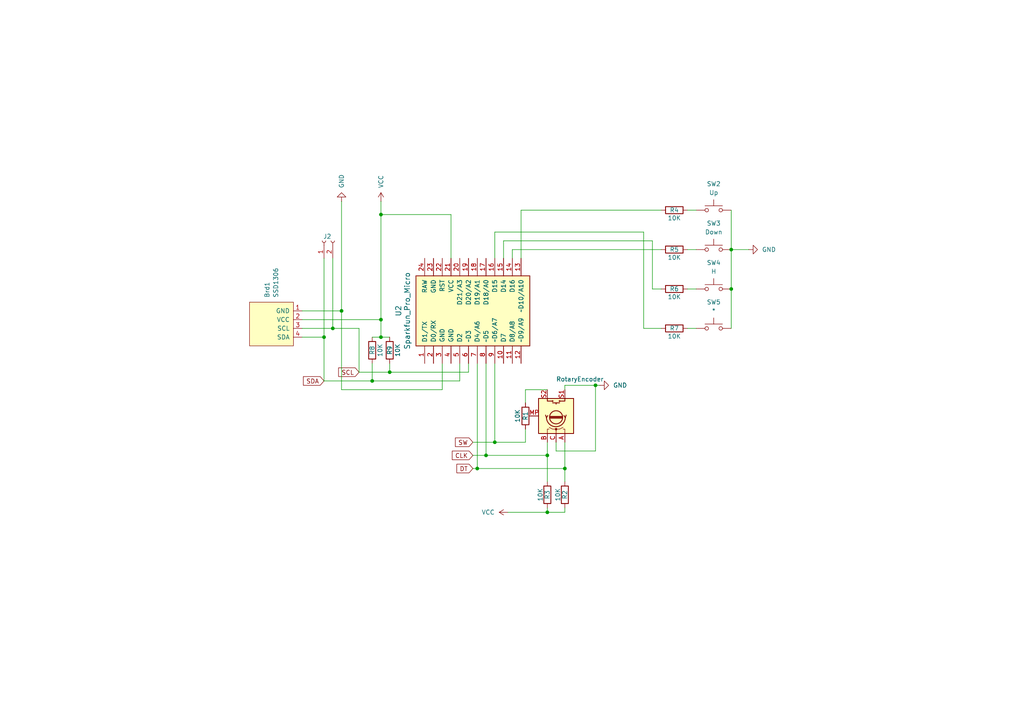
<source format=kicad_sch>
(kicad_sch (version 20250114) (generator "eeschema") (generator_version "9.0")
  (paper "A4")
  (lib_symbols
    (symbol "Arduino:Sparkfun_Pro_Micro" (pin_names (offset 1.016))
      (property "Reference" "U" (at -8.89 21.59 0))
      (property "Value" "Sparkfun_Pro_Micro" (at 0 19.05 0))
      (symbol "Sparkfun_Pro_Micro_0_1"
        (rectangle (start -10.16 17.78) (end 10.16 -15.24) (stroke (width 0.254)) (fill (type background)))
      )
      (symbol "Sparkfun_Pro_Micro_1_1"
        (pin bidirectional line (at -15.24 15.24 0) (length 5.08) (name "D1/TX") (number "1"))
        (pin bidirectional line (at -15.24 12.7 0) (length 5.08) (name "D0/RX") (number "2"))
        (pin power_in line (at -15.24 10.16 0) (length 5.08) (name "GND") (number "3"))
        (pin power_in line (at -15.24 7.62 0) (length 5.08) (name "GND") (number "4"))
        (pin bidirectional line (at -15.24 5.08 0) (length 5.08) (name "D2") (number "5"))
        (pin bidirectional line (at -15.24 2.54 0) (length 5.08) (name "~D3") (number "6"))
        (pin bidirectional line (at -15.24 0 0) (length 5.08) (name "D4/A6") (number "7"))
        (pin bidirectional line (at -15.24 -2.54 0) (length 5.08) (name "~D5") (number "8"))
        (pin bidirectional line (at -15.24 -5.08 0) (length 5.08) (name "~D6/A7") (number "9"))
        (pin bidirectional line (at -15.24 -7.62 0) (length 5.08) (name "D7") (number "10"))
        (pin bidirectional line (at -15.24 -10.16 0) (length 5.08) (name "D8/A8") (number "11"))
        (pin bidirectional line (at -15.24 -12.7 0) (length 5.08) (name "~D9/A9") (number "12"))
        (pin power_in line (at 15.24 15.24 180) (length 5.08) (name "RAW") (number "24"))
        (pin power_in line (at 15.24 12.7 180) (length 5.08) (name "GND") (number "23"))
        (pin input line (at 15.24 10.16 180) (length 5.08) (name "RST") (number "22"))
        (pin power_in line (at 15.24 7.62 180) (length 5.08) (name "VCC") (number "21"))
        (pin bidirectional line (at 15.24 5.08 180) (length 5.08) (name "D21/A3") (number "20"))
        (pin bidirectional line (at 15.24 2.54 180) (length 5.08) (name "D20/A2") (number "19"))
        (pin bidirectional line (at 15.24 0 180) (length 5.08) (name "D19/A1") (number "18"))
        (pin bidirectional line (at 15.24 -2.54 180) (length 5.08) (name "D18/A0") (number "17"))
        (pin bidirectional line (at 15.24 -5.08 180) (length 5.08) (name "D15") (number "16"))
        (pin bidirectional line (at 15.24 -7.62 180) (length 5.08) (name "D14") (number "15"))
        (pin bidirectional line (at 15.24 -10.16 180) (length 5.08) (name "D16") (number "14"))
        (pin bidirectional line (at 15.24 -12.7 180) (length 5.08) (name "~D10/A10") (number "13"))
      )
    )
    (symbol "Connector:Conn_01x02_Socket" (pin_names (offset 1.016) (hide yes))
      (property "Reference" "J" (at 0 2.54 0))
      (property "Value" "Conn_01x02_Socket" (at 0 -5.08 0))
      (symbol "Conn_01x02_Socket_1_1"
        (polyline (pts (xy -1.27 0) (xy -0.508 0)) (stroke (width 0.1524)))
        (polyline (pts (xy -1.27 -2.54) (xy -0.508 -2.54)) (stroke (width 0.1524)))
        (arc (start 0 -0.508) (mid -0.5058 0) (end 0 0.508) (stroke (width 0.1524)))
        (arc (start 0 -3.048) (mid -0.5058 -2.54) (end 0 -2.032) (stroke (width 0.1524)))
        (pin passive line (at -5.08 0 0) (length 3.81) (name "Pin_1") (number "1"))
        (pin passive line (at -5.08 -2.54 0) (length 3.81) (name "Pin_2") (number "2"))
      )
    )
    (symbol "Device:R" (pin_numbers (hide yes)) (pin_names (offset 0))
      (property "Reference" "R" (at 2.032 0 90))
      (property "Value" "R" (at 0 0 90))
      (symbol "R_0_1"
        (rectangle (start -1.016 -2.54) (end 1.016 2.54) (stroke (width 0.254)))
      )
      (symbol "R_1_1"
        (pin passive line (at 0 3.81 270) (length 1.27) (name "~") (number "1"))
        (pin passive line (at 0 -3.81 90) (length 1.27) (name "~") (number "2"))
      )
    )
    (symbol "Device:RotaryEncoder_Switch_MP" (pin_names (offset 0.254) (hide yes))
      (property "Reference" "SW" (at 0 8.89 0))
      (property "Value" "RotaryEncoder_Switch_MP" (at 0 6.35 0))
      (symbol "RotaryEncoder_Switch_MP_0_1"
        (rectangle (start -5.08 5.08) (end 5.08 -5.08) (stroke (width 0.254)) (fill (type background)))
        (polyline (pts (xy -5.08 2.54) (xy -3.81 2.54) (xy -3.81 2.032)))
        (polyline (pts (xy -5.08 0) (xy -3.81 0) (xy -3.81 -1.016) (xy -3.302 -2.032)))
        (polyline (pts (xy -5.08 -2.54) (xy -3.81 -2.54) (xy -3.81 -2.032)))
        (polyline (pts (xy -4.318 0) (xy -3.81 0) (xy -3.81 1.016) (xy -3.302 2.032)))
        (circle (center -3.81 0) (radius 0.254) (fill (type outline)))
        (polyline (pts (xy -0.635 -1.778) (xy -0.635 1.778)) (stroke (width 0.254)))
        (circle (center -0.381 0) (radius 1.905) (stroke (width 0.254)))
        (polyline (pts (xy -0.381 -1.778) (xy -0.381 1.778)) (stroke (width 0.254)))
        (arc (start -0.381 -2.794) (mid -3.0988 -0.0635) (end -0.381 2.667) (stroke (width 0.254)))
        (polyline (pts (xy -0.127 1.778) (xy -0.127 -1.778)) (stroke (width 0.254)))
        (polyline (pts (xy 0.254 2.921) (xy -0.508 2.667) (xy 0.127 2.286)) (stroke (width 0.254)))
        (polyline (pts (xy 0.254 -3.048) (xy -0.508 -2.794) (xy 0.127 -2.413)) (stroke (width 0.254)))
        (polyline (pts (xy 3.81 1.016) (xy 3.81 -1.016)) (stroke (width 0.254)))
        (polyline (pts (xy 3.81 0) (xy 3.429 0)) (stroke (width 0.254)))
        (circle (center 4.318 1.016) (radius 0.127) (stroke (width 0.254)))
        (circle (center 4.318 -1.016) (radius 0.127) (stroke (width 0.254)))
        (polyline (pts (xy 5.08 2.54) (xy 4.318 2.54) (xy 4.318 1.016)) (stroke (width 0.254)))
        (polyline (pts (xy 5.08 -2.54) (xy 4.318 -2.54) (xy 4.318 -1.016)) (stroke (width 0.254)))
      )
      (symbol "RotaryEncoder_Switch_MP_1_1"
        (pin passive line (at -7.62 2.54 0) (length 2.54) (name "A") (number "A"))
        (pin passive line (at -7.62 0 0) (length 2.54) (name "C") (number "C"))
        (pin passive line (at -7.62 -2.54 0) (length 2.54) (name "B") (number "B"))
        (pin passive line (at 0 -7.62 90) (length 2.54) (name "MP") (number "MP"))
        (pin passive line (at 7.62 2.54 180) (length 2.54) (name "S1") (number "S1"))
        (pin passive line (at 7.62 -2.54 180) (length 2.54) (name "S2") (number "S2"))
      )
    )
    (symbol "SSD1306-128x64_OLED:SSD1306" (pin_names (offset 1.016))
      (property "Reference" "Brd" (at 0 -3.81 0))
      (property "Value" "SSD1306" (at 0 -1.27 0))
      (symbol "SSD1306_0_1"
        (rectangle (start -6.35 6.35) (end 6.35 -6.35) (fill (type background)))
      )
      (symbol "SSD1306_1_1"
        (pin input line (at -3.81 8.89 270) (length 2.54) (name "GND") (number "1"))
        (pin input line (at -1.27 8.89 270) (length 2.54) (name "VCC") (number "2"))
        (pin input line (at 1.27 8.89 270) (length 2.54) (name "SCL") (number "3"))
        (pin input line (at 3.81 8.89 270) (length 2.54) (name "SDA") (number "4"))
      )
    )
    (symbol "Switch:SW_Push" (pin_numbers (hide yes)) (pin_names (offset 1.016) (hide yes))
      (property "Reference" "SW" (at 1.27 2.54 0))
      (property "Value" "SW_Push" (at 0 -1.524 0))
      (symbol "SW_Push_0_1"
        (circle (center -2.032 0) (radius 0.508))
        (polyline (pts (xy 0 1.27) (xy 0 3.048)))
        (circle (center 2.032 0) (radius 0.508))
        (polyline (pts (xy 2.54 1.27) (xy -2.54 1.27)))
        (pin passive line (at -5.08 0 0) (length 2.54) (name "1") (number "1"))
        (pin passive line (at 5.08 0 180) (length 2.54) (name "2") (number "2"))
      )
    )
    (symbol "power:GND" (power) (pin_numbers (hide yes)) (pin_names (offset 0) (hide yes))
      (property "Value" "GND" (at 0 -3.81 0))
      (symbol "GND_0_1"
        (polyline (pts (xy 0 0) (xy 0 -1.27) (xy 1.27 -1.27) (xy 0 -2.54) (xy -1.27 -1.27) (xy 0 -1.27)))
      )
      (symbol "GND_1_1"
        (pin power_in line (at 0 0 270) (length 0) (name "~") (number "1"))
      )
    )
    (symbol "power:VCC" (power) (pin_numbers (hide yes)) (pin_names (offset 0) (hide yes))
      (property "Value" "VCC" (at 0 3.556 0))
      (symbol "VCC_0_1"
        (polyline (pts (xy -0.762 1.27) (xy 0 2.54)))
        (polyline (pts (xy 0 2.54) (xy 0.762 1.27)))
        (polyline (pts (xy 0 0) (xy 0 2.54)))
      )
      (symbol "VCC_1_1"
        (pin power_in line (at 0 0 90) (length 0) (name "~") (number "1"))
      )
    )
  )
  (junction (at 99.06 90.17))
  (junction (at 93.98 97.79))
  (junction (at 212.09 83.82))
  (junction (at 172.72 111.76))
  (junction (at 96.52 95.25))
  (junction (at 143.51 128.27))
  (junction (at 163.83 135.89))
  (junction (at 158.75 132.08))
  (junction (at 113.03 107.95))
  (junction (at 110.49 97.79))
  (junction (at 107.95 110.49))
  (junction (at 158.75 148.59))
  (junction (at 138.43 135.89))
  (junction (at 212.09 72.39))
  (junction (at 140.97 132.08))
  (junction (at 110.49 62.23))
  (junction (at 110.49 92.71))
  (wire (pts (xy 104.14 107.95) (xy 104.14 95.25)))
  (wire (pts (xy 199.39 60.96) (xy 201.93 60.96)))
  (wire (pts (xy 99.06 58.42) (xy 99.06 90.17)))
  (wire (pts (xy 113.03 107.95) (xy 104.14 107.95)))
  (wire (pts (xy 110.49 97.79) (xy 113.03 97.79)))
  (wire (pts (xy 186.69 67.31) (xy 143.51 67.31)))
  (wire (pts (xy 137.16 135.89) (xy 138.43 135.89)))
  (wire (pts (xy 147.32 148.59) (xy 158.75 148.59)))
  (wire (pts (xy 158.75 148.59) (xy 158.75 147.32)))
  (wire (pts (xy 152.4 116.84) (xy 152.4 113.03)))
  (wire (pts (xy 148.59 72.39) (xy 148.59 74.93)))
  (wire (pts (xy 163.83 113.03) (xy 163.83 111.76)))
  (wire (pts (xy 146.05 69.85) (xy 146.05 74.93)))
  (wire (pts (xy 96.52 95.25) (xy 87.63 95.25)))
  (wire (pts (xy 189.23 83.82) (xy 189.23 69.85)))
  (wire (pts (xy 199.39 72.39) (xy 201.93 72.39)))
  (wire (pts (xy 172.72 130.81) (xy 161.29 130.81)))
  (wire (pts (xy 161.29 130.81) (xy 161.29 128.27)))
  (wire (pts (xy 93.98 97.79) (xy 93.98 74.93)))
  (wire (pts (xy 152.4 113.03) (xy 158.75 113.03)))
  (wire (pts (xy 99.06 90.17) (xy 99.06 113.03)))
  (wire (pts (xy 130.81 62.23) (xy 110.49 62.23)))
  (wire (pts (xy 137.16 132.08) (xy 140.97 132.08)))
  (wire (pts (xy 199.39 83.82) (xy 201.93 83.82)))
  (wire (pts (xy 107.95 110.49) (xy 107.95 105.41)))
  (wire (pts (xy 138.43 105.41) (xy 138.43 135.89)))
  (wire (pts (xy 87.63 90.17) (xy 99.06 90.17)))
  (wire (pts (xy 143.51 67.31) (xy 143.51 74.93)))
  (wire (pts (xy 191.77 83.82) (xy 189.23 83.82)))
  (wire (pts (xy 212.09 72.39) (xy 212.09 83.82)))
  (wire (pts (xy 93.98 110.49) (xy 107.95 110.49)))
  (wire (pts (xy 191.77 72.39) (xy 148.59 72.39)))
  (wire (pts (xy 143.51 128.27) (xy 152.4 128.27)))
  (wire (pts (xy 163.83 148.59) (xy 163.83 147.32)))
  (wire (pts (xy 212.09 60.96) (xy 212.09 72.39)))
  (wire (pts (xy 212.09 72.39) (xy 217.17 72.39)))
  (wire (pts (xy 151.13 60.96) (xy 151.13 74.93)))
  (wire (pts (xy 172.72 111.76) (xy 163.83 111.76)))
  (wire (pts (xy 199.39 95.25) (xy 201.93 95.25)))
  (wire (pts (xy 130.81 74.93) (xy 130.81 62.23)))
  (wire (pts (xy 135.89 107.95) (xy 113.03 107.95)))
  (wire (pts (xy 135.89 105.41) (xy 135.89 107.95)))
  (wire (pts (xy 158.75 128.27) (xy 158.75 132.08)))
  (wire (pts (xy 143.51 105.41) (xy 143.51 128.27)))
  (wire (pts (xy 107.95 110.49) (xy 133.35 110.49)))
  (wire (pts (xy 172.72 111.76) (xy 172.72 130.81)))
  (wire (pts (xy 93.98 97.79) (xy 93.98 110.49)))
  (wire (pts (xy 152.4 128.27) (xy 152.4 124.46)))
  (wire (pts (xy 128.27 113.03) (xy 128.27 105.41)))
  (wire (pts (xy 110.49 62.23) (xy 110.49 92.71)))
  (wire (pts (xy 87.63 92.71) (xy 110.49 92.71)))
  (wire (pts (xy 96.52 95.25) (xy 96.52 74.93)))
  (wire (pts (xy 140.97 105.41) (xy 140.97 132.08)))
  (wire (pts (xy 191.77 60.96) (xy 151.13 60.96)))
  (wire (pts (xy 99.06 113.03) (xy 128.27 113.03)))
  (wire (pts (xy 110.49 58.42) (xy 110.49 62.23)))
  (wire (pts (xy 173.99 111.76) (xy 172.72 111.76)))
  (wire (pts (xy 133.35 105.41) (xy 133.35 110.49)))
  (wire (pts (xy 158.75 148.59) (xy 163.83 148.59)))
  (wire (pts (xy 186.69 95.25) (xy 186.69 67.31)))
  (wire (pts (xy 212.09 83.82) (xy 212.09 95.25)))
  (wire (pts (xy 110.49 97.79) (xy 107.95 97.79)))
  (wire (pts (xy 96.52 95.25) (xy 104.14 95.25)))
  (wire (pts (xy 140.97 132.08) (xy 158.75 132.08)))
  (wire (pts (xy 163.83 128.27) (xy 163.83 135.89)))
  (wire (pts (xy 137.16 128.27) (xy 143.51 128.27)))
  (wire (pts (xy 138.43 135.89) (xy 163.83 135.89)))
  (wire (pts (xy 93.98 97.79) (xy 87.63 97.79)))
  (wire (pts (xy 158.75 132.08) (xy 158.75 139.7)))
  (wire (pts (xy 110.49 97.79) (xy 110.49 92.71)))
  (wire (pts (xy 189.23 69.85) (xy 146.05 69.85)))
  (wire (pts (xy 191.77 95.25) (xy 186.69 95.25)))
  (wire (pts (xy 163.83 139.7) (xy 163.83 135.89)))
  (wire (pts (xy 113.03 107.95) (xy 113.03 105.41)))
  (global_label "SCL" (shape input) (at 104.14 107.95 180) (property "Intersheetrefs" "${INTERSHEET_REFS}" (effects (hide yes))))
  (global_label "DT" (shape input) (at 137.16 135.89 180) (property "Intersheetrefs" "${INTERSHEET_REFS}" (effects (hide yes))))
  (global_label "SW" (shape input) (at 137.16 128.27 180) (property "Intersheetrefs" "${INTERSHEET_REFS}" (effects (hide yes))))
  (global_label "CLK" (shape input) (at 137.16 132.08 180) (property "Intersheetrefs" "${INTERSHEET_REFS}" (effects (hide yes))))
  (global_label "SDA" (shape input) (at 93.98 110.49 180) (property "Intersheetrefs" "${INTERSHEET_REFS}" (effects (hide yes))))
  (symbol (lib_id "Switch:SW_Push") (at 207.01 83.82 0) (unit 1)
    (property "Reference" "SW4" (at 207.01 76.2 0))
    (property "Value" "H" (at 207.01 78.74 0))
    (property "Footprint" "Button_Switch_SMD:SW_SPST_CK_RS282G05A3" (effects (hide yes)))
    (property "Description" "Push button switch, generic, two pins" (effects (hide yes)))
  )
  (symbol (lib_id "SSD1306-128x64_OLED:SSD1306") (at 78.74 93.98 270) (unit 1)
    (property "Reference" "Brd1" (at 77.4699 86.36 0) (effects (justify right)))
    (property "Value" "SSD1306" (at 80.0099 86.36 0) (effects (justify right)))
    (property "Footprint" "SSD1306:128x64OLED" (effects (hide yes)))
    (property "Description" "SSD1306 OLED" (effects (hide yes)))
  )
  (symbol (lib_id "Device:R") (at 195.58 60.96 270) (unit 1)
    (property "Reference" "R4" (at 195.58 60.96 90))
    (property "Value" "10K" (at 195.58 63.246 90))
    (property "Footprint" "Resistor_THT:R_Axial_DIN0204_L3.6mm_D1.6mm_P5.08mm_Horizontal" (effects (hide yes)))
    (property "Description" "Resistor" (effects (hide yes)))
  )
  (symbol (lib_id "Switch:SW_Push") (at 207.01 72.39 0) (unit 1)
    (property "Reference" "SW3" (at 207.01 64.77 0))
    (property "Value" "Down" (at 207.01 67.31 0))
    (property "Footprint" "Button_Switch_SMD:SW_SPST_CK_RS282G05A3" (effects (hide yes)))
    (property "Description" "Push button switch, generic, two pins" (effects (hide yes)))
  )
  (symbol (lib_id "Device:R") (at 195.58 95.25 270) (unit 1)
    (property "Reference" "R7" (at 195.58 95.25 90))
    (property "Value" "10K" (at 195.58 97.536 90))
    (property "Footprint" "Resistor_THT:R_Axial_DIN0204_L3.6mm_D1.6mm_P5.08mm_Horizontal" (effects (hide yes)))
    (property "Description" "Resistor" (effects (hide yes)))
  )
  (symbol (lib_id "power:GND") (at 217.17 72.39 90) (unit 1)
    (property "Reference" "#PWR01" (effects (hide yes)))
    (property "Value" "GND" (at 220.98 72.3899 90) (effects (justify right)))
    (property "Description" "Power symbol creates a global label with name \"GND\" , ground" (effects (hide yes)))
  )
  (symbol (lib_id "Device:R") (at 163.83 143.51 180) (unit 1)
    (property "Reference" "R2" (at 163.83 143.51 90))
    (property "Value" "10K" (at 161.798 143.51 90))
    (property "Footprint" "Resistor_THT:R_Axial_DIN0204_L3.6mm_D1.6mm_P5.08mm_Horizontal" (effects (hide yes)))
    (property "Description" "Resistor" (effects (hide yes)))
  )
  (symbol (lib_id "power:VCC") (at 147.32 148.59 90) (unit 1)
    (property "Reference" "#PWR02" (effects (hide yes)))
    (property "Value" "VCC" (at 143.51 148.5899 90) (effects (justify left)))
    (property "Description" "Power symbol creates a global label with name \"VCC\"" (effects (hide yes)))
  )
  (symbol (lib_id "power:GND") (at 99.06 58.42 180) (unit 1)
    (property "Reference" "#PWR05" (effects (hide yes)))
    (property "Value" "GND" (at 99.0599 54.61 90) (effects (justify right)))
    (property "Description" "Power symbol creates a global label with name \"GND\" , ground" (effects (hide yes)))
  )
  (symbol (lib_id "Switch:SW_Push") (at 207.01 60.96 0) (unit 1)
    (property "Reference" "SW2" (at 207.01 53.34 0))
    (property "Value" "Up" (at 207.01 55.88 0))
    (property "Footprint" "Button_Switch_SMD:SW_SPST_CK_RS282G05A3" (effects (hide yes)))
    (property "Description" "Push button switch, generic, two pins" (effects (hide yes)))
  )
  (symbol (lib_id "Arduino:Sparkfun_Pro_Micro") (at 138.43 90.17 90) (unit 1)
    (property "Reference" "U2" (at 115.57 90.17 0) (effects (font (size 1.524 1.524))))
    (property "Value" "Sparkfun_Pro_Micro" (at 118.11 90.17 0) (effects (font (size 1.524 1.524))))
    (property "Footprint" "kicad-lib-arduino-main:Sparkfun_Pro_Micro" (effects (hide yes)))
    (property "Datasheet" "https://www.sparkfun.com/products/12640" (effects (hide yes)))
    (property "Description" "Sparkfun Pro Micro" (effects (hide yes)))
  )
  (symbol (lib_id "Device:R") (at 158.75 143.51 0) (unit 1)
    (property "Reference" "R3" (at 158.75 143.51 90))
    (property "Value" "10K" (at 156.718 143.51 90) (effects (font (thickness 0.1588))))
    (property "Footprint" "Resistor_THT:R_Axial_DIN0204_L3.6mm_D1.6mm_P5.08mm_Horizontal" (effects (hide yes)))
    (property "Description" "Resistor" (effects (hide yes)))
  )
  (symbol (lib_id "Switch:SW_Push") (at 207.01 95.25 0) (unit 1)
    (property "Reference" "SW5" (at 207.01 87.63 0))
    (property "Value" "*" (at 207.01 90.17 0))
    (property "Footprint" "Button_Switch_SMD:SW_SPST_CK_RS282G05A3" (effects (hide yes)))
    (property "Description" "Push button switch, generic, two pins" (effects (hide yes)))
  )
  (symbol (lib_id "Device:R") (at 195.58 72.39 270) (unit 1)
    (property "Reference" "R5" (at 195.58 72.39 90))
    (property "Value" "10K" (at 195.58 74.676 90))
    (property "Footprint" "Resistor_THT:R_Axial_DIN0204_L3.6mm_D1.6mm_P5.08mm_Horizontal" (effects (hide yes)))
    (property "Description" "Resistor" (effects (hide yes)))
  )
  (symbol (lib_id "power:VCC") (at 110.49 58.42 0) (unit 1)
    (property "Reference" "#PWR04" (effects (hide yes)))
    (property "Value" "VCC" (at 110.4899 54.61 90) (effects (justify left)))
    (property "Description" "Power symbol creates a global label with name \"VCC\"" (effects (hide yes)))
  )
  (symbol (lib_id "Device:RotaryEncoder_Switch_MP") (at 161.29 120.65 270) (mirror x) (unit 1)
    (property "Reference" "SW1" (effects (hide yes)))
    (property "Value" "RotaryEncoder" (at 161.29 109.982 90) (effects (justify left)))
    (property "Footprint" "Rotary_Encoder:RotaryEncoder_Alps_EC11E-Switch_Vertical_H20mm" (effects (hide yes)))
    (property "Description" "Rotary encoder, dual channel, incremental quadrate outputs, with switch and MP Pin" (effects (hide yes)))
  )
  (symbol (lib_id "Device:R") (at 113.03 101.6 0) (unit 1)
    (property "Reference" "R9" (at 113.03 101.6 90))
    (property "Value" "10K" (at 115.316 101.6 90))
    (property "Footprint" "Resistor_THT:R_Axial_DIN0204_L3.6mm_D1.6mm_P5.08mm_Horizontal" (effects (hide yes)))
    (property "Description" "Resistor" (effects (hide yes)))
  )
  (symbol (lib_id "Connector:Conn_01x02_Socket") (at 93.98 69.85 90) (unit 1)
    (property "Reference" "J2" (at 93.726 68.58 90) (effects (justify right)))
    (property "Value" "Conn_01x02_Socket" (effects (hide yes)))
    (property "Footprint" "Connector_JST:JST_PH_B2B-PH-K_1x02_P2.00mm_Vertical" (effects (hide yes)))
    (property "Description" "Generic connector, single row, 01x02, script generated" (effects (hide yes)))
  )
  (symbol (lib_id "Device:R") (at 195.58 83.82 270) (unit 1)
    (property "Reference" "R6" (at 195.58 83.82 90))
    (property "Value" "10K" (at 195.58 86.106 90))
    (property "Footprint" "Resistor_THT:R_Axial_DIN0204_L3.6mm_D1.6mm_P5.08mm_Horizontal" (effects (hide yes)))
    (property "Description" "Resistor" (effects (hide yes)))
  )
  (symbol (lib_id "power:GND") (at 173.99 111.76 90) (unit 1)
    (property "Reference" "#PWR03" (effects (hide yes)))
    (property "Value" "GND" (at 177.8 111.7599 90) (effects (justify right)))
    (property "Description" "Power symbol creates a global label with name \"GND\" , ground" (effects (hide yes)))
  )
  (symbol (lib_id "Device:R") (at 152.4 120.65 180) (unit 1)
    (property "Reference" "R1" (at 152.4 120.65 90))
    (property "Value" "10K" (at 150.114 120.65 90))
    (property "Footprint" "Resistor_THT:R_Axial_DIN0204_L3.6mm_D1.6mm_P5.08mm_Horizontal" (effects (hide yes)))
    (property "Description" "Resistor" (effects (hide yes)))
  )
  (symbol (lib_id "Device:R") (at 107.95 101.6 0) (unit 1)
    (property "Reference" "R8" (at 107.95 101.6 90))
    (property "Value" "10K" (at 110.236 101.6 90))
    (property "Footprint" "Resistor_THT:R_Axial_DIN0204_L3.6mm_D1.6mm_P5.08mm_Horizontal" (effects (hide yes)))
    (property "Description" "Resistor" (effects (hide yes)))
  )
)
</source>
